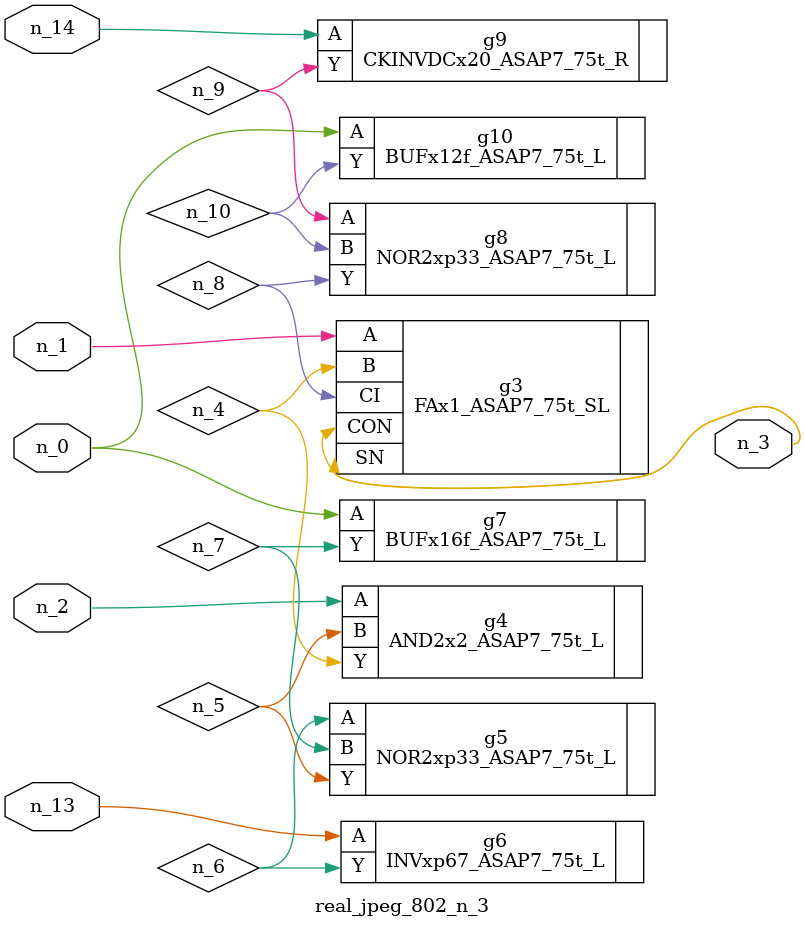
<source format=v>
module real_jpeg_802_n_3 (n_0, n_1, n_14, n_2, n_13, n_3);

input n_0;
input n_1;
input n_14;
input n_2;
input n_13;

output n_3;

wire n_5;
wire n_8;
wire n_4;
wire n_6;
wire n_7;
wire n_10;
wire n_9;

BUFx16f_ASAP7_75t_L g7 ( 
.A(n_0),
.Y(n_7)
);

BUFx12f_ASAP7_75t_L g10 ( 
.A(n_0),
.Y(n_10)
);

FAx1_ASAP7_75t_SL g3 ( 
.A(n_1),
.B(n_4),
.CI(n_8),
.CON(n_3),
.SN(n_3)
);

AND2x2_ASAP7_75t_L g4 ( 
.A(n_2),
.B(n_5),
.Y(n_4)
);

NOR2xp33_ASAP7_75t_L g5 ( 
.A(n_6),
.B(n_7),
.Y(n_5)
);

NOR2xp33_ASAP7_75t_L g8 ( 
.A(n_9),
.B(n_10),
.Y(n_8)
);

INVxp67_ASAP7_75t_L g6 ( 
.A(n_13),
.Y(n_6)
);

CKINVDCx20_ASAP7_75t_R g9 ( 
.A(n_14),
.Y(n_9)
);


endmodule
</source>
